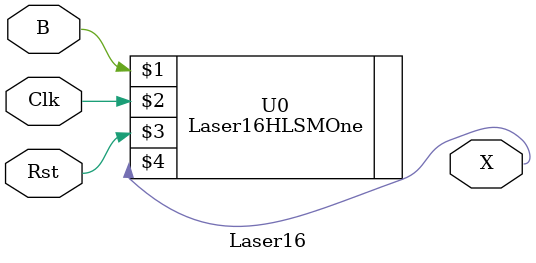
<source format=v>

module Laser16( B, X, Clk, Rst );
  input B;        // button input = start signal
  input Clk;      // system clock
  input Rst;      // system reset 
  
  output X;    // signal that turns the laser on/off
    
  // the state machine
  Laser16HLSMOne U0( B, Clk, Rst, X );
  
endmodule


</source>
